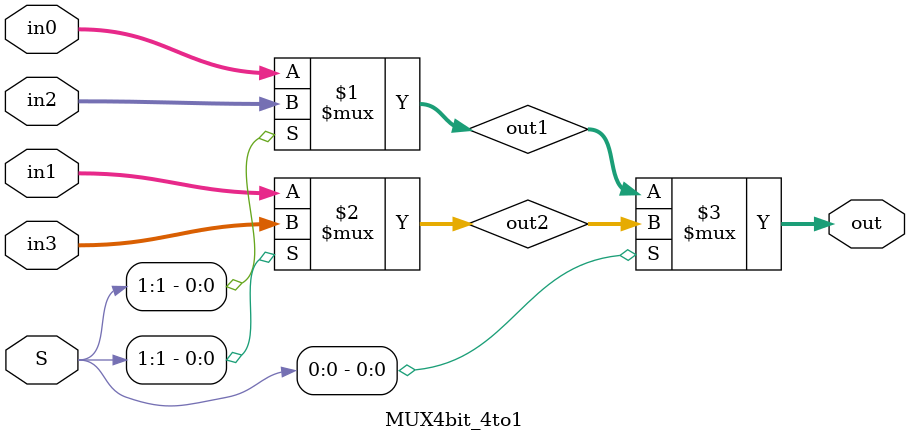
<source format=sv>
`timescale 1ns / 1ps


module Lab6_ALU(
    input logic [3:0] A,
    input logic [3:0] B,
    input logic [1:0] S,
    output logic [3:0] ALU_out
    );
    //Declare the logic signals that you are using as internal signals to interconnect the modules
    logic [3:0] ADD_out; //Example declaration for the Adder output
    logic [3:0] AND_out, OR_out, XOR_out;
    
    ADD4 U0 (A, B, ADD_out);   //Module instantiation for the adder.  "ADD4" is the mdule name, U0 is the instance name
    AND4 U1 (A, B, AND_out);   //Module instantiation for the AND circuit.
    OR4  U2 (A, B, OR_out);   //Module instantiation for the OR circuit
    XOR4 U3 (A, B, XOR_out);   //Module instantiation for the XOR circuit
    MUX4bit_4to1 U4 (S, XOR_out, AND_out, OR_out, ADD_out, ALU_out);  //Module instantiation for the MUX circuit
endmodule

module ADD4(
  input logic [3:0] A,
  input logic [3:0] B,
  output logic [3:0] out
  );
  assign out = A + B;
  
endmodule

module AND4(
  input logic [3:0] A,
  input logic [3:0] B,
  output logic [3:0] out
  );
  //Put your assign statement here 
  assign out = A & B;
endmodule

module OR4(
  input logic [3:0] A,
  input logic [3:0] B,
  output logic [3:0] out
  );
  //Put your assign statement here 
  assign out = A | B;
endmodule

module XOR4(
  input logic [3:0] A,
  input logic [3:0] B,
  output logic [3:0] out
  );
  //Put your assign statement here 
  assign out = A ^ B;
endmodule

module MUX4bit_4to1(
  input logic [1:0] S,
  input logic [3:0] in0,
  input logic [3:0] in1,
  input logic [3:0] in2,
  input logic [3:0] in3,
  output logic [3:0] out
  );
  // Put your logic signals here
  logic [3:0] out1, out2;
  //Put your assign statements here 
  assign out1 = S[1]?in2:in0;
  assign out2 = S[1]?in3:in1;
  assign out = S[0]?out2:out1;
endmodule

</source>
